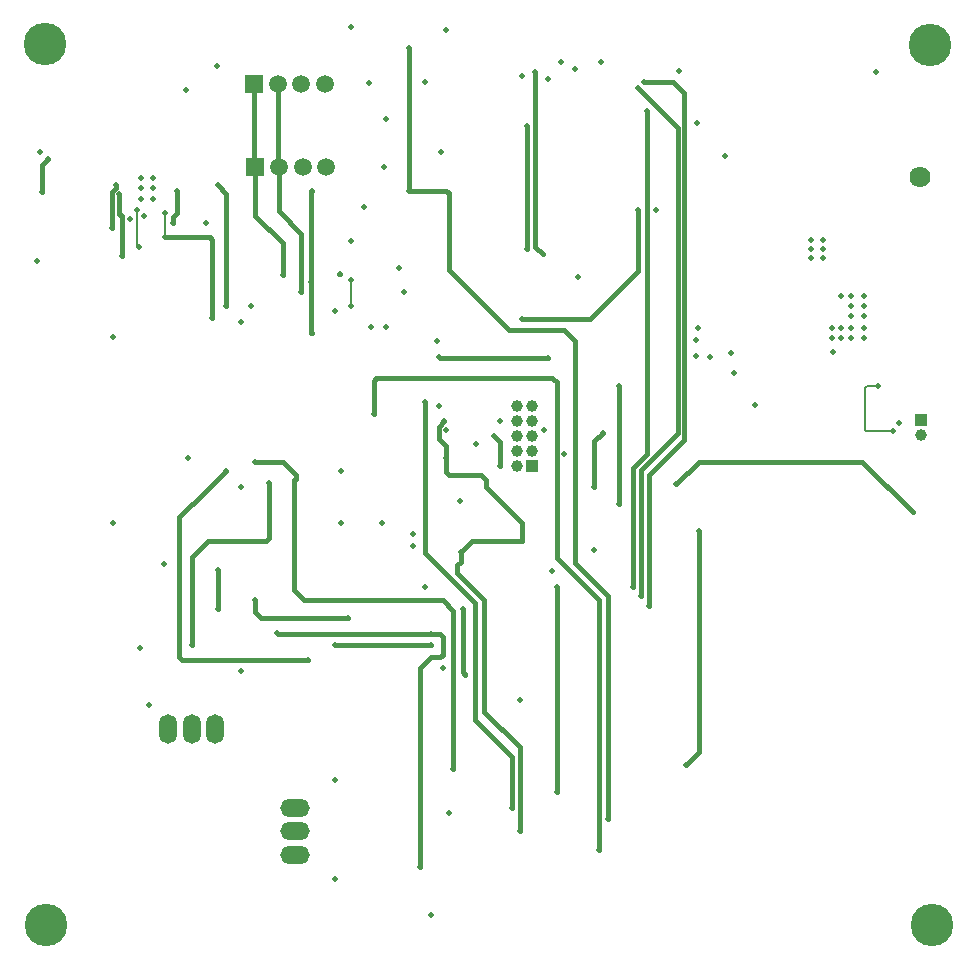
<source format=gbl>
G04*
G04 #@! TF.GenerationSoftware,Altium Limited,Altium Designer,21.1.1 (26)*
G04*
G04 Layer_Physical_Order=4*
G04 Layer_Color=16711680*
%FSLAX25Y25*%
%MOIN*%
G70*
G04*
G04 #@! TF.SameCoordinates,BA33E46C-C8C0-473A-8748-ADA81A7699FD*
G04*
G04*
G04 #@! TF.FilePolarity,Positive*
G04*
G01*
G75*
%ADD16C,0.00800*%
%ADD105R,0.03937X0.03937*%
%ADD106C,0.03937*%
%ADD107C,0.07008*%
%ADD117C,0.01500*%
%ADD118C,0.03960*%
%ADD119R,0.03960X0.03960*%
%ADD120O,0.09843X0.05906*%
%ADD121O,0.05906X0.09843*%
%ADD122C,0.05906*%
%ADD123R,0.05906X0.05906*%
%ADD124C,0.14173*%
%ADD125C,0.02000*%
D16*
X287000Y189370D02*
X287000Y189370D01*
X283465Y189370D02*
X287000D01*
X40000Y236439D02*
Y248000D01*
Y236439D02*
X40612Y235827D01*
X49450Y239050D02*
Y246892D01*
Y239050D02*
X49500Y239000D01*
X49400Y246942D02*
X49450Y246892D01*
X111407Y224792D02*
X111417Y224803D01*
X111407Y216153D02*
Y224792D01*
X111396Y216142D02*
X111407Y216153D01*
X79134Y262795D02*
X79527Y262402D01*
X107181Y226378D02*
X107574Y226772D01*
X283146Y174409D02*
X292028D01*
X282677Y174878D02*
X283146Y174409D01*
X282677Y174878D02*
Y188583D01*
X283465Y189370D01*
X292028Y174409D02*
X292126Y174311D01*
D105*
X301378Y178051D02*
D03*
D106*
Y173130D02*
D03*
D107*
X300984Y259055D02*
D03*
D117*
X218896Y290720D02*
X222441Y287175D01*
X210700Y159700D02*
X222441Y171441D01*
Y287175D01*
X208000Y161409D02*
X220341Y173750D01*
X207087Y288739D02*
X220341Y275485D01*
Y173750D02*
Y275485D01*
X191000Y211713D02*
X207087Y227799D01*
X168407Y211713D02*
X191000D01*
X207087Y227799D02*
Y248000D01*
X168407Y137795D02*
Y143593D01*
X156299Y155701D02*
Y158000D01*
Y155701D02*
X168407Y143593D01*
X151795Y137795D02*
X168407D01*
X34226Y246705D02*
X34931Y246000D01*
X34226Y246705D02*
Y253232D01*
X8268Y263114D02*
X10374Y265220D01*
X209000Y290720D02*
X218896D01*
X31638Y254108D02*
X33071Y255541D01*
X31638Y242000D02*
Y254108D01*
X33071Y255541D02*
Y256235D01*
X34931Y232799D02*
Y246000D01*
X92432Y121329D02*
X95761Y118000D01*
X88700Y164000D02*
X92937Y159763D01*
Y158520D02*
Y159763D01*
X95761Y118000D02*
X141989D01*
X92432Y158015D02*
X92937Y158520D01*
X92432Y121329D02*
Y158015D01*
X164164Y207962D02*
X182377D01*
X186000Y130441D02*
Y204338D01*
X182377Y207962D02*
X186000Y204338D01*
X143989Y228137D02*
X164164Y207962D01*
X143989Y228137D02*
Y253584D01*
X119879Y192068D02*
X178528D01*
X119000Y191189D02*
X119879Y192068D01*
X119000Y180000D02*
Y191189D01*
X180000Y131971D02*
Y190595D01*
X178528Y192068D02*
X180000Y190595D01*
X194000Y34646D02*
Y117971D01*
X180000Y131971D02*
X194000Y117971D01*
X130709Y254463D02*
X143110D01*
X143989Y253584D01*
X180000Y54000D02*
Y122441D01*
X197000Y45000D02*
Y119441D01*
X186000Y130441D02*
X197000Y119441D01*
X170000Y235000D02*
Y276007D01*
X172738Y235830D02*
Y293926D01*
Y235830D02*
X175300Y233268D01*
X205512Y162205D02*
X210000Y166693D01*
Y281000D01*
X130709Y254463D02*
Y301969D01*
X49500Y239000D02*
X64257D01*
X65136Y212205D02*
Y238121D01*
X64257Y239000D02*
X65136Y238121D01*
X52105Y243701D02*
Y245698D01*
X53383Y246976D01*
X98207Y207228D02*
X98353Y207081D01*
X98207Y207228D02*
Y223928D01*
X98353Y207000D02*
Y207081D01*
X98207Y223928D02*
Y254235D01*
X98353Y254382D01*
Y254463D01*
X94882Y220866D02*
Y240118D01*
X87402Y247598D02*
X94882Y240118D01*
X87402Y247598D02*
Y262402D01*
X79527Y246000D02*
Y262402D01*
X88583Y226378D02*
Y236945D01*
X79527Y246000D02*
X88583Y236945D01*
X87205Y262598D02*
X87402Y262402D01*
X87205Y262598D02*
Y289805D01*
X87008Y290002D02*
X87205Y289805D01*
X79134Y262795D02*
Y290002D01*
X158978Y172742D02*
X161024Y170697D01*
Y162677D02*
Y170697D01*
X200787Y150000D02*
Y189370D01*
X148788Y93960D02*
Y115071D01*
Y93960D02*
X149458Y93290D01*
Y93209D02*
Y93290D01*
X142000Y99879D02*
Y105814D01*
X138189Y106693D02*
X141121D01*
X142000Y105814D01*
X141121Y99000D02*
X142000Y99879D01*
X134547Y95432D02*
X138115Y99000D01*
X141121D01*
X134547Y29000D02*
Y95432D01*
X146694Y127147D02*
X155905Y117935D01*
X147943Y133943D02*
X148000Y134000D01*
X147943Y130861D02*
Y133943D01*
X146694Y129613D02*
X147943Y130861D01*
X146694Y127147D02*
Y129613D01*
X155905Y80811D02*
Y117935D01*
Y80811D02*
X167717Y69000D01*
Y40945D02*
Y69000D01*
X165000Y48819D02*
Y65755D01*
X136000Y133696D02*
X152755Y116940D01*
Y78000D02*
X165000Y65755D01*
X152755Y78000D02*
Y116940D01*
X136000Y133696D02*
Y184000D01*
X58833Y149904D02*
X69860Y160931D01*
X58268Y149904D02*
X58833D01*
X54000Y99000D02*
Y145636D01*
X58268Y149904D01*
X54000Y99000D02*
X55000Y98000D01*
X97120D01*
X58268Y103000D02*
Y132268D01*
X63795Y137795D01*
X145543Y61613D02*
Y114446D01*
X141989Y118000D02*
X145543Y114446D01*
X79528Y164000D02*
X88700D01*
X63795Y137795D02*
X83155D01*
X84034Y138674D02*
Y157000D01*
X83155Y137795D02*
X84034Y138674D01*
X140645Y199000D02*
X140913Y198731D01*
X177000D01*
X143989Y159700D02*
X154599D01*
X143110Y160579D02*
Y165354D01*
Y160579D02*
X143989Y159700D01*
X154599D02*
X156299Y158000D01*
X148000Y134000D02*
X151795Y137795D01*
X192520Y155890D02*
Y170965D01*
X195276Y173721D01*
X79528Y114173D02*
Y117935D01*
X227559Y67559D02*
Y140945D01*
X223000Y63000D02*
X227559Y67559D01*
X227264Y164173D02*
X281890D01*
X219783Y156693D02*
X227264Y164173D01*
X210700Y116000D02*
Y159700D01*
X106000Y103000D02*
X138189D01*
X66929Y115071D02*
Y128000D01*
X208000Y119291D02*
Y161409D01*
X86614Y107087D02*
X87008Y106693D01*
X138189D01*
X81496Y112205D02*
X110517D01*
X79528Y114173D02*
X81496Y112205D01*
X205512Y122441D02*
Y162205D01*
X107574Y226772D02*
X107656D01*
X8268Y253937D02*
Y263114D01*
X140645Y175802D02*
X142519Y177677D01*
X140645Y171852D02*
Y175802D01*
Y171852D02*
X143110Y169386D01*
Y165354D02*
Y169386D01*
X281890Y164173D02*
X298819Y147244D01*
X66929Y256235D02*
X69860Y253304D01*
Y216142D02*
Y253304D01*
X53383Y246976D02*
Y254463D01*
D118*
X166654Y182677D02*
D03*
X171653D02*
D03*
Y172677D02*
D03*
Y177677D02*
D03*
X166654Y172677D02*
D03*
Y177677D02*
D03*
Y167677D02*
D03*
Y162677D02*
D03*
X171653Y167677D02*
D03*
D119*
Y162677D02*
D03*
D120*
X92815Y33071D02*
D03*
Y40945D02*
D03*
Y48819D02*
D03*
D121*
X66142Y75000D02*
D03*
X58268D02*
D03*
X50394D02*
D03*
D122*
X95276Y262402D02*
D03*
X87402D02*
D03*
X103150D02*
D03*
X94882Y290002D02*
D03*
X87008D02*
D03*
X102756D02*
D03*
D123*
X79527Y262402D02*
D03*
X79134Y290002D02*
D03*
D124*
X9843Y9843D02*
D03*
X305118D02*
D03*
X9252Y303346D02*
D03*
X304280Y303000D02*
D03*
D125*
X238000Y200476D02*
D03*
X239000Y193772D02*
D03*
X132000Y139982D02*
D03*
X121829Y143877D02*
D03*
X108000D02*
D03*
X32123D02*
D03*
X32065Y205689D02*
D03*
X127502Y228740D02*
D03*
X108000Y161000D02*
D03*
X57086Y165354D02*
D03*
X231210Y199127D02*
D03*
X226378Y204784D02*
D03*
Y199521D02*
D03*
X227059Y208699D02*
D03*
X264875Y232000D02*
D03*
X268787Y232000D02*
D03*
X264875Y235000D02*
D03*
X268787D02*
D03*
Y238000D02*
D03*
X264875D02*
D03*
X272150Y200679D02*
D03*
X282283Y205512D02*
D03*
X278091D02*
D03*
X274721D02*
D03*
X271650D02*
D03*
Y208699D02*
D03*
X274721D02*
D03*
X282283D02*
D03*
X278091D02*
D03*
X282283Y212598D02*
D03*
X278091D02*
D03*
Y216219D02*
D03*
X282283Y216123D02*
D03*
Y219291D02*
D03*
X278091D02*
D03*
X274721D02*
D03*
X286306Y294015D02*
D03*
X187000Y225736D02*
D03*
X246000Y183000D02*
D03*
X212992Y248000D02*
D03*
X111396Y237795D02*
D03*
X287000Y189370D02*
D03*
X37900Y245163D02*
D03*
X40000Y248000D02*
D03*
X34931Y246000D02*
D03*
X10374Y265220D02*
D03*
X123151Y278291D02*
D03*
X209000Y290720D02*
D03*
X34226Y253232D02*
D03*
X33071Y256235D02*
D03*
X140775Y182677D02*
D03*
X140157Y204283D02*
D03*
X42488Y246063D02*
D03*
X63000Y243701D02*
D03*
X294000Y177000D02*
D03*
X119000Y180000D02*
D03*
X182450Y166593D02*
D03*
X194000Y34646D02*
D03*
X180000Y122441D02*
D03*
X178528Y127696D02*
D03*
X197000Y45000D02*
D03*
X170000Y235000D02*
D03*
Y276007D02*
D03*
X194628Y297450D02*
D03*
X207087Y288739D02*
D03*
X175300Y233268D02*
D03*
X210000Y281000D02*
D03*
X172738Y293926D02*
D03*
X177000Y291616D02*
D03*
X186000Y295000D02*
D03*
X130709Y254463D02*
D03*
Y301969D02*
D03*
X52105Y243701D02*
D03*
X49500Y239000D02*
D03*
X40612Y235827D02*
D03*
X31638Y242000D02*
D03*
X49400Y246942D02*
D03*
X34931Y232799D02*
D03*
X111396Y216142D02*
D03*
X111417Y224803D02*
D03*
X98353Y207000D02*
D03*
X98207Y223928D02*
D03*
X98353Y254463D02*
D03*
X153150Y170063D02*
D03*
X142519Y177677D02*
D03*
X158978Y172742D02*
D03*
X200787Y150000D02*
D03*
X195276Y173721D02*
D03*
X180000Y54000D02*
D03*
X148788Y115071D02*
D03*
X149458Y93209D02*
D03*
X134547Y29000D02*
D03*
X167717Y84744D02*
D03*
Y40945D02*
D03*
X165000Y48819D02*
D03*
X136000Y184000D02*
D03*
X144122Y47000D02*
D03*
X138189Y13000D02*
D03*
X58268Y103000D02*
D03*
X97120Y98000D02*
D03*
X69860Y160931D02*
D03*
X145543Y61613D02*
D03*
X79528Y164000D02*
D03*
X74585Y210630D02*
D03*
X106000Y58000D02*
D03*
Y25197D02*
D03*
X84034Y157000D02*
D03*
X118012Y208957D02*
D03*
X123228D02*
D03*
X48945Y129945D02*
D03*
X74585Y94488D02*
D03*
X142000Y95550D02*
D03*
X140645Y199000D02*
D03*
X177000Y198731D02*
D03*
X44000Y83000D02*
D03*
X41000Y102000D02*
D03*
X147872Y151165D02*
D03*
X192520Y134667D02*
D03*
X148000Y134000D02*
D03*
X168407Y137795D02*
D03*
X136000Y122441D02*
D03*
X132000Y136000D02*
D03*
X168407Y211713D02*
D03*
X74585Y155890D02*
D03*
X79528Y117935D02*
D03*
X175886Y174803D02*
D03*
X106209Y214280D02*
D03*
X207087Y248000D02*
D03*
X236055Y265913D02*
D03*
X226772Y277165D02*
D03*
X220866Y294390D02*
D03*
X227559Y140945D02*
D03*
X223000Y63000D02*
D03*
X141339Y267323D02*
D03*
X143000Y308000D02*
D03*
X181362Y297390D02*
D03*
X219783Y156693D02*
D03*
X210700Y116000D02*
D03*
X138189Y103000D02*
D03*
X106000D02*
D03*
X66929Y115071D02*
D03*
Y128000D02*
D03*
X208000Y119291D02*
D03*
X138189Y106693D02*
D03*
X86614Y107087D02*
D03*
X110517Y112205D02*
D03*
X205512Y122441D02*
D03*
X168407Y292616D02*
D03*
X135987Y290720D02*
D03*
X77953Y216142D02*
D03*
X115748Y249213D02*
D03*
X111396Y309055D02*
D03*
X129134Y220866D02*
D03*
X107656Y226772D02*
D03*
X94882Y220866D02*
D03*
X88583Y226378D02*
D03*
X122350Y262402D02*
D03*
X117572Y290441D02*
D03*
X56500Y287992D02*
D03*
X66601Y296126D02*
D03*
X7881Y267323D02*
D03*
X8268Y253937D02*
D03*
X6693Y231102D02*
D03*
X161024Y177677D02*
D03*
Y162677D02*
D03*
X143095Y174787D02*
D03*
X143110Y165354D02*
D03*
X192520Y155890D02*
D03*
X200787Y189370D02*
D03*
X298819Y147244D02*
D03*
X66929Y256235D02*
D03*
X65136Y212205D02*
D03*
X69860Y216142D02*
D03*
X292126Y174311D02*
D03*
X53383Y254463D02*
D03*
X41517Y258892D02*
D03*
Y255349D02*
D03*
Y251805D02*
D03*
X45454D02*
D03*
Y255349D02*
D03*
Y258892D02*
D03*
M02*

</source>
